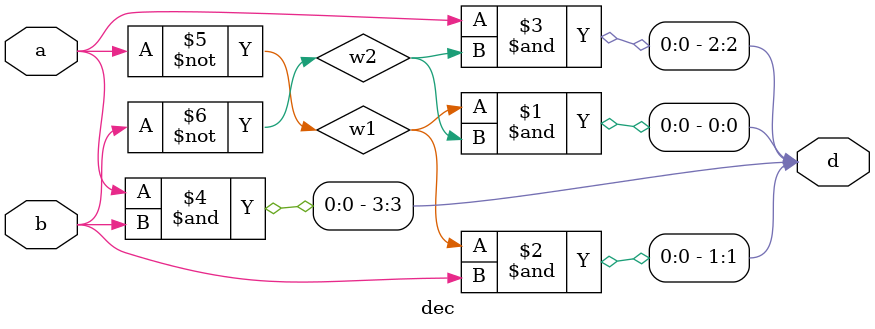
<source format=v>
module dec(
	input a,b,
	output [3:0]d);
wire w1,w2;
not n1 (w1,a);
not n2 (w2,b);
and a1 (d[0],w1,w2);
and a2 (d[1],w1,b);
and a3 (d[2],a,w2);
and a4 (d[3],a,b);
endmodule 


</source>
